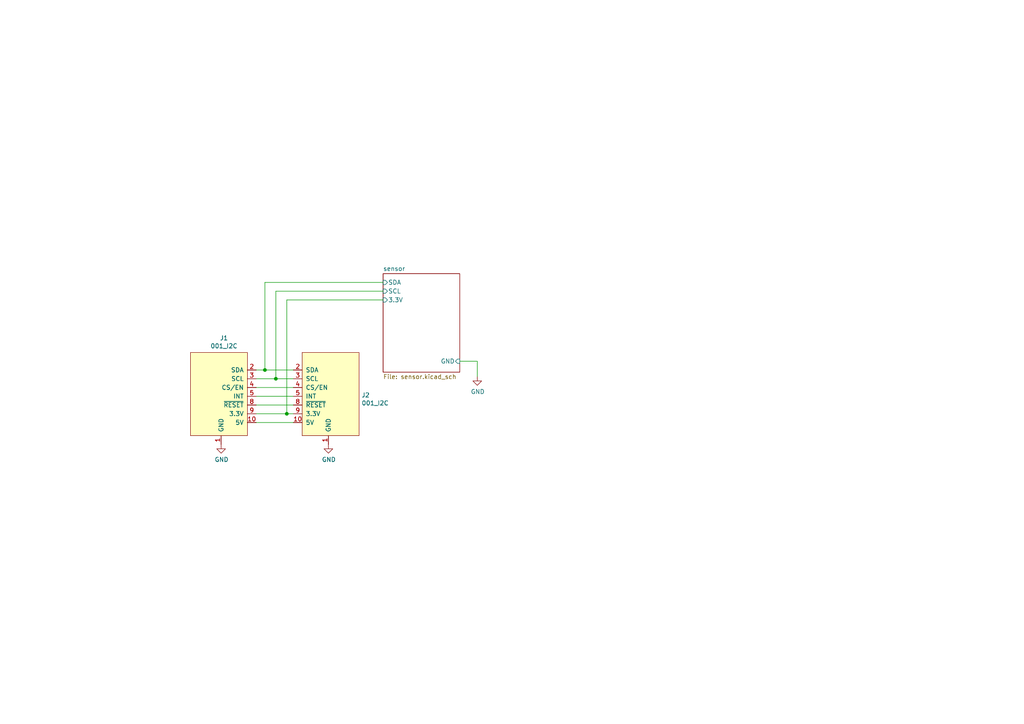
<source format=kicad_sch>
(kicad_sch (version 20211123) (generator eeschema)

  (uuid c3c93de0-69b1-4a04-8e0b-d78caf487c63)

  (paper "A4")

  (lib_symbols
    (symbol "001_I2C_1" (pin_names (offset 1.016)) (in_bom yes) (on_board yes)
      (property "Reference" "J" (id 0) (at -2.54 13.97 0)
        (effects (font (size 1.27 1.27)))
      )
      (property "Value" "001_I2C_1" (id 1) (at 8.89 13.97 0)
        (effects (font (size 1.27 1.27)))
      )
      (property "Footprint" "" (id 2) (at 7.62 16.51 0)
        (effects (font (size 1.27 1.27)) hide)
      )
      (property "Datasheet" "" (id 3) (at 7.62 16.51 0)
        (effects (font (size 1.27 1.27)) hide)
      )
      (symbol "001_I2C_1_0_1"
        (rectangle (start -8.89 12.7) (end 7.62 -11.43)
          (stroke (width 0) (type default) (color 0 0 0 0))
          (fill (type background))
        )
      )
      (symbol "001_I2C_1_1_1"
        (pin power_in line (at -1.27 -13.97 90) (length 2.54)
          (name "GND" (effects (font (size 1.27 1.27))))
          (number "1" (effects (font (size 1.27 1.27))))
        )
        (pin power_in line (at -11.43 -7.62 0) (length 2.54)
          (name "5V" (effects (font (size 1.27 1.27))))
          (number "10" (effects (font (size 1.27 1.27))))
        )
        (pin bidirectional line (at -11.43 7.62 0) (length 2.54)
          (name "SDA" (effects (font (size 1.27 1.27))))
          (number "2" (effects (font (size 1.27 1.27))))
        )
        (pin bidirectional line (at -11.43 5.08 0) (length 2.54)
          (name "SCL" (effects (font (size 1.27 1.27))))
          (number "3" (effects (font (size 1.27 1.27))))
        )
        (pin bidirectional line (at -11.43 2.54 0) (length 2.54)
          (name "CS/EN" (effects (font (size 1.27 1.27))))
          (number "4" (effects (font (size 1.27 1.27))))
        )
        (pin bidirectional line (at -11.43 0 0) (length 2.54)
          (name "INT" (effects (font (size 1.27 1.27))))
          (number "5" (effects (font (size 1.27 1.27))))
        )
        (pin bidirectional line (at -11.43 -2.54 0) (length 2.54)
          (name "~{RESET}" (effects (font (size 1.27 1.27))))
          (number "8" (effects (font (size 1.27 1.27))))
        )
        (pin power_in line (at -11.43 -5.08 0) (length 2.54)
          (name "3.3V" (effects (font (size 1.27 1.27))))
          (number "9" (effects (font (size 1.27 1.27))))
        )
      )
    )
    (symbol "power:GND" (power) (pin_names (offset 0)) (in_bom yes) (on_board yes)
      (property "Reference" "#PWR" (id 0) (at 0 -6.35 0)
        (effects (font (size 1.27 1.27)) hide)
      )
      (property "Value" "GND" (id 1) (at 0 -3.81 0)
        (effects (font (size 1.27 1.27)))
      )
      (property "Footprint" "" (id 2) (at 0 0 0)
        (effects (font (size 1.27 1.27)) hide)
      )
      (property "Datasheet" "" (id 3) (at 0 0 0)
        (effects (font (size 1.27 1.27)) hide)
      )
      (property "ki_keywords" "power-flag" (id 4) (at 0 0 0)
        (effects (font (size 1.27 1.27)) hide)
      )
      (property "ki_description" "Power symbol creates a global label with name \"GND\" , ground" (id 5) (at 0 0 0)
        (effects (font (size 1.27 1.27)) hide)
      )
      (symbol "GND_0_1"
        (polyline
          (pts
            (xy 0 0)
            (xy 0 -1.27)
            (xy 1.27 -1.27)
            (xy 0 -2.54)
            (xy -1.27 -1.27)
            (xy 0 -1.27)
          )
          (stroke (width 0) (type default) (color 0 0 0 0))
          (fill (type none))
        )
      )
      (symbol "GND_1_1"
        (pin power_in line (at 0 0 270) (length 0) hide
          (name "GND" (effects (font (size 1.27 1.27))))
          (number "1" (effects (font (size 1.27 1.27))))
        )
      )
    )
    (symbol "put_on_edge:001_I2C" (pin_names (offset 1.016)) (in_bom yes) (on_board yes)
      (property "Reference" "J" (id 0) (at -2.54 13.97 0)
        (effects (font (size 1.27 1.27)))
      )
      (property "Value" "001_I2C" (id 1) (at 8.89 13.97 0)
        (effects (font (size 1.27 1.27)))
      )
      (property "Footprint" "" (id 2) (at 7.62 16.51 0)
        (effects (font (size 1.27 1.27)) hide)
      )
      (property "Datasheet" "" (id 3) (at 7.62 16.51 0)
        (effects (font (size 1.27 1.27)) hide)
      )
      (symbol "001_I2C_0_1"
        (rectangle (start -8.89 12.7) (end 7.62 -11.43)
          (stroke (width 0) (type default) (color 0 0 0 0))
          (fill (type background))
        )
      )
      (symbol "001_I2C_1_1"
        (pin power_in line (at -1.27 -13.97 90) (length 2.54)
          (name "GND" (effects (font (size 1.27 1.27))))
          (number "1" (effects (font (size 1.27 1.27))))
        )
        (pin power_in line (at -11.43 -7.62 0) (length 2.54)
          (name "5V" (effects (font (size 1.27 1.27))))
          (number "10" (effects (font (size 1.27 1.27))))
        )
        (pin bidirectional line (at -11.43 7.62 0) (length 2.54)
          (name "SDA" (effects (font (size 1.27 1.27))))
          (number "2" (effects (font (size 1.27 1.27))))
        )
        (pin bidirectional line (at -11.43 5.08 0) (length 2.54)
          (name "SCL" (effects (font (size 1.27 1.27))))
          (number "3" (effects (font (size 1.27 1.27))))
        )
        (pin bidirectional line (at -11.43 2.54 0) (length 2.54)
          (name "CS/EN" (effects (font (size 1.27 1.27))))
          (number "4" (effects (font (size 1.27 1.27))))
        )
        (pin bidirectional line (at -11.43 0 0) (length 2.54)
          (name "INT" (effects (font (size 1.27 1.27))))
          (number "5" (effects (font (size 1.27 1.27))))
        )
        (pin bidirectional line (at -11.43 -2.54 0) (length 2.54)
          (name "~{RESET}" (effects (font (size 1.27 1.27))))
          (number "8" (effects (font (size 1.27 1.27))))
        )
        (pin power_in line (at -11.43 -5.08 0) (length 2.54)
          (name "3.3V" (effects (font (size 1.27 1.27))))
          (number "9" (effects (font (size 1.27 1.27))))
        )
      )
    )
  )

  (junction (at 76.835 107.315) (diameter 0) (color 0 0 0 0)
    (uuid 0dcdf1b8-13c6-48b4-bd94-5d26038ff231)
  )
  (junction (at 80.01 109.855) (diameter 0) (color 0 0 0 0)
    (uuid 842e430f-0c35-45f3-a0b5-95ae7b7ae388)
  )
  (junction (at 83.185 120.015) (diameter 0) (color 0 0 0 0)
    (uuid b0a4bcc1-bae5-499c-bb11-d198e7197b2f)
  )

  (wire (pts (xy 111.125 81.915) (xy 76.835 81.915))
    (stroke (width 0) (type default) (color 0 0 0 0))
    (uuid 03d88a85-11fd-47aa-954c-c318bb15294a)
  )
  (wire (pts (xy 138.43 104.775) (xy 133.35 104.775))
    (stroke (width 0) (type default) (color 0 0 0 0))
    (uuid 120a7b0f-ddfd-4447-85c1-35665465acdb)
  )
  (wire (pts (xy 111.125 86.995) (xy 83.185 86.995))
    (stroke (width 0) (type default) (color 0 0 0 0))
    (uuid 128e34ce-eee7-477d-b905-a493e98db783)
  )
  (wire (pts (xy 76.835 81.915) (xy 76.835 107.315))
    (stroke (width 0) (type default) (color 0 0 0 0))
    (uuid 1a2f72d1-0b36-4610-afc4-4ad1660d5d3b)
  )
  (wire (pts (xy 74.295 114.935) (xy 85.09 114.935))
    (stroke (width 0) (type default) (color 0 0 0 0))
    (uuid 3fc39f10-2ae0-4fd2-9e6b-dff5dc417131)
  )
  (wire (pts (xy 74.295 117.475) (xy 85.09 117.475))
    (stroke (width 0) (type default) (color 0 0 0 0))
    (uuid 417f13e4-c121-485a-a6b5-8b55e70350b8)
  )
  (wire (pts (xy 83.185 120.015) (xy 85.09 120.015))
    (stroke (width 0) (type default) (color 0 0 0 0))
    (uuid 4ba43d2f-25aa-4314-aff0-59cb7b7501b1)
  )
  (wire (pts (xy 80.01 109.855) (xy 85.09 109.855))
    (stroke (width 0) (type default) (color 0 0 0 0))
    (uuid 51c4dc0a-5b9f-4edf-a83f-4a12881e42ef)
  )
  (wire (pts (xy 76.835 107.315) (xy 85.09 107.315))
    (stroke (width 0) (type default) (color 0 0 0 0))
    (uuid 67621f9e-0a6a-4778-ad69-04dcf300659c)
  )
  (wire (pts (xy 74.295 109.855) (xy 80.01 109.855))
    (stroke (width 0) (type default) (color 0 0 0 0))
    (uuid 68e09be7-3bbc-4443-a838-209ce20b2bef)
  )
  (wire (pts (xy 74.295 112.395) (xy 85.09 112.395))
    (stroke (width 0) (type default) (color 0 0 0 0))
    (uuid 6a780180-586a-4241-a52d-dc7a5ffcc966)
  )
  (wire (pts (xy 138.43 109.22) (xy 138.43 104.775))
    (stroke (width 0) (type default) (color 0 0 0 0))
    (uuid 854dd5d4-5fd2-4730-bd49-a9cd8299a065)
  )
  (wire (pts (xy 80.01 84.455) (xy 80.01 109.855))
    (stroke (width 0) (type default) (color 0 0 0 0))
    (uuid 98e81e80-1f85-4152-be3f-99785ea97751)
  )
  (wire (pts (xy 111.125 84.455) (xy 80.01 84.455))
    (stroke (width 0) (type default) (color 0 0 0 0))
    (uuid b3d08afa-f296-4e3b-8825-73b6331d35bf)
  )
  (wire (pts (xy 74.295 122.555) (xy 85.09 122.555))
    (stroke (width 0) (type default) (color 0 0 0 0))
    (uuid b5f6a8e9-00c0-4238-bc1e-b86adb625820)
  )
  (wire (pts (xy 74.295 120.015) (xy 83.185 120.015))
    (stroke (width 0) (type default) (color 0 0 0 0))
    (uuid c201e1b2-fc01-4110-bdaa-a33290468c83)
  )
  (wire (pts (xy 83.185 86.995) (xy 83.185 120.015))
    (stroke (width 0) (type default) (color 0 0 0 0))
    (uuid c801d42e-dd94-493e-bd2f-6c3ddad43f55)
  )
  (wire (pts (xy 74.295 107.315) (xy 76.835 107.315))
    (stroke (width 0) (type default) (color 0 0 0 0))
    (uuid dde3dba8-1b81-466c-93a3-c284ff4da1ef)
  )

  (symbol (lib_id "put_on_edge:001_I2C") (at 62.865 114.935 0) (mirror y) (unit 1)
    (in_bom yes) (on_board yes)
    (uuid 00000000-0000-0000-0000-000060a8488c)
    (property "Reference" "J1" (id 0) (at 64.9732 98.044 0))
    (property "Value" "001_I2C" (id 1) (at 64.9732 100.3554 0))
    (property "Footprint" "on_edge:on_edge_2x05_device" (id 2) (at 55.245 98.425 0)
      (effects (font (size 1.27 1.27)) hide)
    )
    (property "Datasheet" "" (id 3) (at 55.245 98.425 0)
      (effects (font (size 1.27 1.27)) hide)
    )
    (pin "1" (uuid 75e40396-82ab-4fbe-8918-2c9f61b8e319))
    (pin "10" (uuid 8aa5025c-ec47-4dcf-ad74-9679e3cdef83))
    (pin "2" (uuid 75825f50-70b2-445a-90be-0311b87c7e5c))
    (pin "3" (uuid d096363e-612f-40ef-bd85-189b3adc14c1))
    (pin "4" (uuid 4606986e-2944-4218-b5ea-646f2ccbc821))
    (pin "5" (uuid 275d27b7-b611-4afe-95d4-476833c4e292))
    (pin "8" (uuid e2715118-2acd-4636-8cda-350f8c9a378e))
    (pin "9" (uuid 710c87df-58cf-4d1c-ad64-932a210b6aae))
  )

  (symbol (lib_name "001_I2C_1") (lib_id "put_on_edge:001_I2C") (at 96.52 114.935 0) (unit 1)
    (in_bom yes) (on_board yes)
    (uuid 00000000-0000-0000-0000-000060a85020)
    (property "Reference" "J2" (id 0) (at 104.8512 114.6048 0)
      (effects (font (size 1.27 1.27)) (justify left))
    )
    (property "Value" "001_I2C" (id 1) (at 104.8512 116.9162 0)
      (effects (font (size 1.27 1.27)) (justify left))
    )
    (property "Footprint" "on_edge:on_edge_2x05_host" (id 2) (at 104.14 98.425 0)
      (effects (font (size 1.27 1.27)) hide)
    )
    (property "Datasheet" "" (id 3) (at 104.14 98.425 0)
      (effects (font (size 1.27 1.27)) hide)
    )
    (pin "1" (uuid bc0f4bb4-c35b-4eae-b0a7-08ce79d65cdf))
    (pin "10" (uuid bb16a516-4131-4a51-bbea-b711bad6e2cf))
    (pin "2" (uuid a444eec5-e928-4788-a032-72ddc2d75cd0))
    (pin "3" (uuid 985f8f5a-9247-42fe-bedd-44af6e0600ba))
    (pin "4" (uuid 55d3bb9a-fd07-47f6-ac8c-0b322236c705))
    (pin "5" (uuid 94b6cf4c-cfd3-4f45-9a61-c91eaca7f7c0))
    (pin "8" (uuid 42bc0da6-4c60-48c4-9d16-4154c191a763))
    (pin "9" (uuid 7db6856c-56e0-424a-afcb-36cf00770d5a))
  )

  (symbol (lib_id "power:GND") (at 95.25 128.905 0) (unit 1)
    (in_bom yes) (on_board yes)
    (uuid 00000000-0000-0000-0000-000060a86a80)
    (property "Reference" "#PWR0101" (id 0) (at 95.25 135.255 0)
      (effects (font (size 1.27 1.27)) hide)
    )
    (property "Value" "GND" (id 1) (at 95.377 133.2992 0))
    (property "Footprint" "" (id 2) (at 95.25 128.905 0)
      (effects (font (size 1.27 1.27)) hide)
    )
    (property "Datasheet" "" (id 3) (at 95.25 128.905 0)
      (effects (font (size 1.27 1.27)) hide)
    )
    (pin "1" (uuid c8699630-e80d-466a-9378-095fa87eed6c))
  )

  (symbol (lib_id "power:GND") (at 64.135 128.905 0) (unit 1)
    (in_bom yes) (on_board yes)
    (uuid 00000000-0000-0000-0000-000060a86e5e)
    (property "Reference" "#PWR0102" (id 0) (at 64.135 135.255 0)
      (effects (font (size 1.27 1.27)) hide)
    )
    (property "Value" "GND" (id 1) (at 64.262 133.2992 0))
    (property "Footprint" "" (id 2) (at 64.135 128.905 0)
      (effects (font (size 1.27 1.27)) hide)
    )
    (property "Datasheet" "" (id 3) (at 64.135 128.905 0)
      (effects (font (size 1.27 1.27)) hide)
    )
    (pin "1" (uuid feb3a40b-c867-4f50-a75a-52cae9820081))
  )

  (symbol (lib_id "power:GND") (at 138.43 109.22 0) (unit 1)
    (in_bom yes) (on_board yes)
    (uuid 00000000-0000-0000-0000-000060a8b074)
    (property "Reference" "#PWR0103" (id 0) (at 138.43 115.57 0)
      (effects (font (size 1.27 1.27)) hide)
    )
    (property "Value" "GND" (id 1) (at 138.557 113.6142 0))
    (property "Footprint" "" (id 2) (at 138.43 109.22 0)
      (effects (font (size 1.27 1.27)) hide)
    )
    (property "Datasheet" "" (id 3) (at 138.43 109.22 0)
      (effects (font (size 1.27 1.27)) hide)
    )
    (pin "1" (uuid 0619fa58-ee03-49b4-a8b2-bd9ca95592bd))
  )

  (sheet (at 111.125 79.375) (size 22.225 28.575) (fields_autoplaced)
    (stroke (width 0) (type solid) (color 0 0 0 0))
    (fill (color 0 0 0 0.0000))
    (uuid 00000000-0000-0000-0000-000060a84648)
    (property "Sheet name" "sensor" (id 0) (at 111.125 78.6634 0)
      (effects (font (size 1.27 1.27)) (justify left bottom))
    )
    (property "Sheet file" "sensor.kicad_sch" (id 1) (at 111.125 108.5346 0)
      (effects (font (size 1.27 1.27)) (justify left top))
    )
    (pin "SDA" input (at 111.125 81.915 180)
      (effects (font (size 1.27 1.27)) (justify left))
      (uuid ec9e24d8-d1c5-40e2-9812-dc315d05f470)
    )
    (pin "SCL" input (at 111.125 84.455 180)
      (effects (font (size 1.27 1.27)) (justify left))
      (uuid 9702d639-3b1f-4825-8985-b32b9008503d)
    )
    (pin "GND" input (at 133.35 104.775 0)
      (effects (font (size 1.27 1.27)) (justify right))
      (uuid 0d35483a-0b12-46cc-b9f2-896fd6831779)
    )
    (pin "3.3V" input (at 111.125 86.995 180)
      (effects (font (size 1.27 1.27)) (justify left))
      (uuid 4e66a44f-7fa6-4e16-bf9b-62ec864301a5)
    )
  )

  (sheet_instances
    (path "/" (page "1"))
    (path "/00000000-0000-0000-0000-000060a84648" (page "2"))
  )

  (symbol_instances
    (path "/00000000-0000-0000-0000-000060a86a80"
      (reference "#PWR0101") (unit 1) (value "GND") (footprint "")
    )
    (path "/00000000-0000-0000-0000-000060a86e5e"
      (reference "#PWR0102") (unit 1) (value "GND") (footprint "")
    )
    (path "/00000000-0000-0000-0000-000060a8b074"
      (reference "#PWR0103") (unit 1) (value "GND") (footprint "")
    )
    (path "/00000000-0000-0000-0000-000060a84648/00000000-0000-0000-0000-000060a895b2"
      (reference "C1") (unit 1) (value "1uF") (footprint "Capacitor_SMD:C_0603_1608Metric")
    )
    (path "/00000000-0000-0000-0000-000060a84648/00000000-0000-0000-0000-000060a895a5"
      (reference "C2") (unit 1) (value "1uF") (footprint "Capacitor_SMD:C_0603_1608Metric")
    )
    (path "/00000000-0000-0000-0000-000060a8488c"
      (reference "J1") (unit 1) (value "001_I2C") (footprint "on_edge:on_edge_2x05_device")
    )
    (path "/00000000-0000-0000-0000-000060a85020"
      (reference "J2") (unit 1) (value "001_I2C") (footprint "on_edge:on_edge_2x05_host")
    )
    (path "/00000000-0000-0000-0000-000060a84648/00000000-0000-0000-0000-000060a808a4"
      (reference "U1") (unit 1) (value "M24C02-FDW") (footprint "Package_SO:TSSOP-8_4.4x3mm_P0.65mm")
    )
  )
)

</source>
